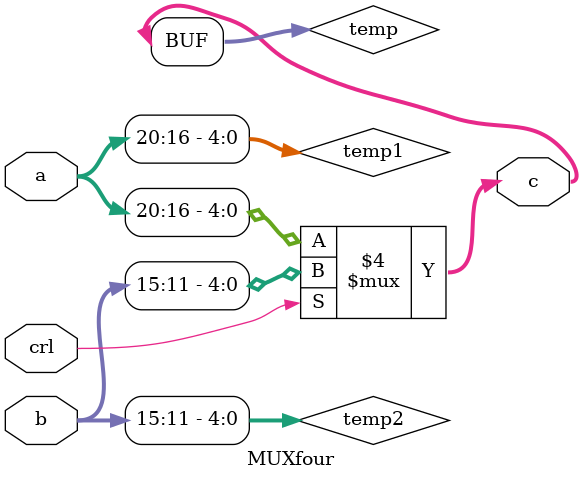
<source format=v>
module MUXfour(input [31:0]a,input [31:0]b, input crl,output [4:0]c);

reg  [4:0] temp1;
reg  [4:0] temp2;
reg  [4:0] temp;
always @(*)
begin 
 temp1 [4:0] =a[20:16];
 temp2 [4:0] =b[15:11];
 if(crl==0)
 temp=temp1;
 else
 temp=temp2;
end
assign c=temp;
endmodule

</source>
